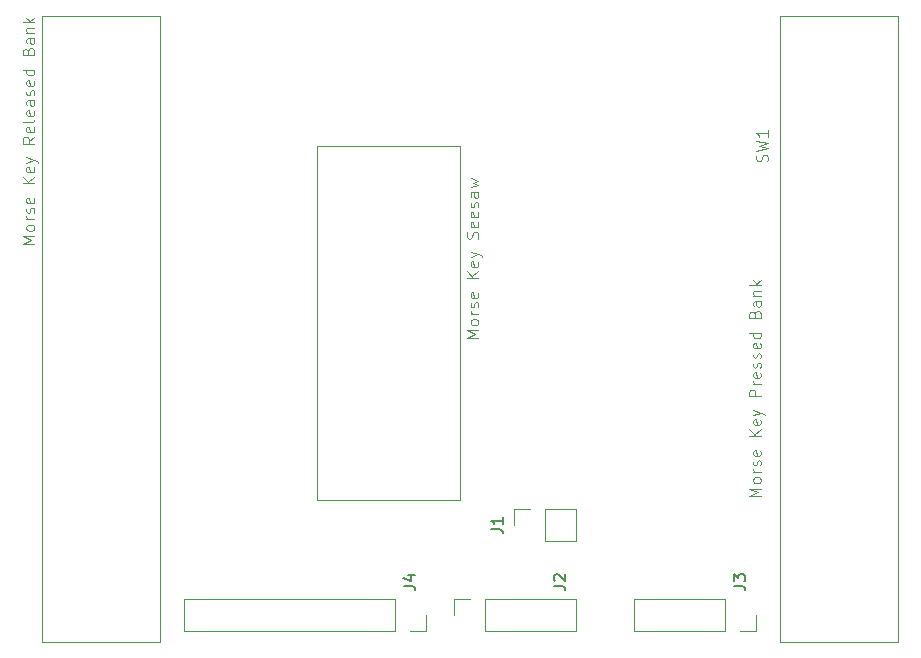
<source format=gbr>
%TF.GenerationSoftware,KiCad,Pcbnew,7.0.10-1.fc39*%
%TF.CreationDate,2024-02-17T16:59:11+01:00*%
%TF.ProjectId,morse_usb_keyboard,6d6f7273-655f-4757-9362-5f6b6579626f,rev?*%
%TF.SameCoordinates,Original*%
%TF.FileFunction,Legend,Top*%
%TF.FilePolarity,Positive*%
%FSLAX46Y46*%
G04 Gerber Fmt 4.6, Leading zero omitted, Abs format (unit mm)*
G04 Created by KiCad (PCBNEW 7.0.10-1.fc39) date 2024-02-17 16:59:11*
%MOMM*%
%LPD*%
G01*
G04 APERTURE LIST*
%ADD10C,0.100000*%
%ADD11C,0.150000*%
%ADD12C,0.120000*%
G04 APERTURE END LIST*
D10*
X162329800Y-65733332D02*
X162377419Y-65590475D01*
X162377419Y-65590475D02*
X162377419Y-65352380D01*
X162377419Y-65352380D02*
X162329800Y-65257142D01*
X162329800Y-65257142D02*
X162282180Y-65209523D01*
X162282180Y-65209523D02*
X162186942Y-65161904D01*
X162186942Y-65161904D02*
X162091704Y-65161904D01*
X162091704Y-65161904D02*
X161996466Y-65209523D01*
X161996466Y-65209523D02*
X161948847Y-65257142D01*
X161948847Y-65257142D02*
X161901228Y-65352380D01*
X161901228Y-65352380D02*
X161853609Y-65542856D01*
X161853609Y-65542856D02*
X161805990Y-65638094D01*
X161805990Y-65638094D02*
X161758371Y-65685713D01*
X161758371Y-65685713D02*
X161663133Y-65733332D01*
X161663133Y-65733332D02*
X161567895Y-65733332D01*
X161567895Y-65733332D02*
X161472657Y-65685713D01*
X161472657Y-65685713D02*
X161425038Y-65638094D01*
X161425038Y-65638094D02*
X161377419Y-65542856D01*
X161377419Y-65542856D02*
X161377419Y-65304761D01*
X161377419Y-65304761D02*
X161425038Y-65161904D01*
X161377419Y-64828570D02*
X162377419Y-64590475D01*
X162377419Y-64590475D02*
X161663133Y-64399999D01*
X161663133Y-64399999D02*
X162377419Y-64209523D01*
X162377419Y-64209523D02*
X161377419Y-63971428D01*
X162377419Y-63066666D02*
X162377419Y-63638094D01*
X162377419Y-63352380D02*
X161377419Y-63352380D01*
X161377419Y-63352380D02*
X161520276Y-63447618D01*
X161520276Y-63447618D02*
X161615514Y-63542856D01*
X161615514Y-63542856D02*
X161663133Y-63638094D01*
X161792419Y-94096115D02*
X160792419Y-94096115D01*
X160792419Y-94096115D02*
X161506704Y-93762782D01*
X161506704Y-93762782D02*
X160792419Y-93429449D01*
X160792419Y-93429449D02*
X161792419Y-93429449D01*
X161792419Y-92810401D02*
X161744800Y-92905639D01*
X161744800Y-92905639D02*
X161697180Y-92953258D01*
X161697180Y-92953258D02*
X161601942Y-93000877D01*
X161601942Y-93000877D02*
X161316228Y-93000877D01*
X161316228Y-93000877D02*
X161220990Y-92953258D01*
X161220990Y-92953258D02*
X161173371Y-92905639D01*
X161173371Y-92905639D02*
X161125752Y-92810401D01*
X161125752Y-92810401D02*
X161125752Y-92667544D01*
X161125752Y-92667544D02*
X161173371Y-92572306D01*
X161173371Y-92572306D02*
X161220990Y-92524687D01*
X161220990Y-92524687D02*
X161316228Y-92477068D01*
X161316228Y-92477068D02*
X161601942Y-92477068D01*
X161601942Y-92477068D02*
X161697180Y-92524687D01*
X161697180Y-92524687D02*
X161744800Y-92572306D01*
X161744800Y-92572306D02*
X161792419Y-92667544D01*
X161792419Y-92667544D02*
X161792419Y-92810401D01*
X161792419Y-92048496D02*
X161125752Y-92048496D01*
X161316228Y-92048496D02*
X161220990Y-92000877D01*
X161220990Y-92000877D02*
X161173371Y-91953258D01*
X161173371Y-91953258D02*
X161125752Y-91858020D01*
X161125752Y-91858020D02*
X161125752Y-91762782D01*
X161744800Y-91477067D02*
X161792419Y-91381829D01*
X161792419Y-91381829D02*
X161792419Y-91191353D01*
X161792419Y-91191353D02*
X161744800Y-91096115D01*
X161744800Y-91096115D02*
X161649561Y-91048496D01*
X161649561Y-91048496D02*
X161601942Y-91048496D01*
X161601942Y-91048496D02*
X161506704Y-91096115D01*
X161506704Y-91096115D02*
X161459085Y-91191353D01*
X161459085Y-91191353D02*
X161459085Y-91334210D01*
X161459085Y-91334210D02*
X161411466Y-91429448D01*
X161411466Y-91429448D02*
X161316228Y-91477067D01*
X161316228Y-91477067D02*
X161268609Y-91477067D01*
X161268609Y-91477067D02*
X161173371Y-91429448D01*
X161173371Y-91429448D02*
X161125752Y-91334210D01*
X161125752Y-91334210D02*
X161125752Y-91191353D01*
X161125752Y-91191353D02*
X161173371Y-91096115D01*
X161744800Y-90238972D02*
X161792419Y-90334210D01*
X161792419Y-90334210D02*
X161792419Y-90524686D01*
X161792419Y-90524686D02*
X161744800Y-90619924D01*
X161744800Y-90619924D02*
X161649561Y-90667543D01*
X161649561Y-90667543D02*
X161268609Y-90667543D01*
X161268609Y-90667543D02*
X161173371Y-90619924D01*
X161173371Y-90619924D02*
X161125752Y-90524686D01*
X161125752Y-90524686D02*
X161125752Y-90334210D01*
X161125752Y-90334210D02*
X161173371Y-90238972D01*
X161173371Y-90238972D02*
X161268609Y-90191353D01*
X161268609Y-90191353D02*
X161363847Y-90191353D01*
X161363847Y-90191353D02*
X161459085Y-90667543D01*
X161792419Y-89000876D02*
X160792419Y-89000876D01*
X161792419Y-88429448D02*
X161220990Y-88858019D01*
X160792419Y-88429448D02*
X161363847Y-89000876D01*
X161744800Y-87619924D02*
X161792419Y-87715162D01*
X161792419Y-87715162D02*
X161792419Y-87905638D01*
X161792419Y-87905638D02*
X161744800Y-88000876D01*
X161744800Y-88000876D02*
X161649561Y-88048495D01*
X161649561Y-88048495D02*
X161268609Y-88048495D01*
X161268609Y-88048495D02*
X161173371Y-88000876D01*
X161173371Y-88000876D02*
X161125752Y-87905638D01*
X161125752Y-87905638D02*
X161125752Y-87715162D01*
X161125752Y-87715162D02*
X161173371Y-87619924D01*
X161173371Y-87619924D02*
X161268609Y-87572305D01*
X161268609Y-87572305D02*
X161363847Y-87572305D01*
X161363847Y-87572305D02*
X161459085Y-88048495D01*
X161125752Y-87238971D02*
X161792419Y-87000876D01*
X161125752Y-86762781D02*
X161792419Y-87000876D01*
X161792419Y-87000876D02*
X162030514Y-87096114D01*
X162030514Y-87096114D02*
X162078133Y-87143733D01*
X162078133Y-87143733D02*
X162125752Y-87238971D01*
X161792419Y-85619923D02*
X160792419Y-85619923D01*
X160792419Y-85619923D02*
X160792419Y-85238971D01*
X160792419Y-85238971D02*
X160840038Y-85143733D01*
X160840038Y-85143733D02*
X160887657Y-85096114D01*
X160887657Y-85096114D02*
X160982895Y-85048495D01*
X160982895Y-85048495D02*
X161125752Y-85048495D01*
X161125752Y-85048495D02*
X161220990Y-85096114D01*
X161220990Y-85096114D02*
X161268609Y-85143733D01*
X161268609Y-85143733D02*
X161316228Y-85238971D01*
X161316228Y-85238971D02*
X161316228Y-85619923D01*
X161792419Y-84619923D02*
X161125752Y-84619923D01*
X161316228Y-84619923D02*
X161220990Y-84572304D01*
X161220990Y-84572304D02*
X161173371Y-84524685D01*
X161173371Y-84524685D02*
X161125752Y-84429447D01*
X161125752Y-84429447D02*
X161125752Y-84334209D01*
X161744800Y-83619923D02*
X161792419Y-83715161D01*
X161792419Y-83715161D02*
X161792419Y-83905637D01*
X161792419Y-83905637D02*
X161744800Y-84000875D01*
X161744800Y-84000875D02*
X161649561Y-84048494D01*
X161649561Y-84048494D02*
X161268609Y-84048494D01*
X161268609Y-84048494D02*
X161173371Y-84000875D01*
X161173371Y-84000875D02*
X161125752Y-83905637D01*
X161125752Y-83905637D02*
X161125752Y-83715161D01*
X161125752Y-83715161D02*
X161173371Y-83619923D01*
X161173371Y-83619923D02*
X161268609Y-83572304D01*
X161268609Y-83572304D02*
X161363847Y-83572304D01*
X161363847Y-83572304D02*
X161459085Y-84048494D01*
X161744800Y-83191351D02*
X161792419Y-83096113D01*
X161792419Y-83096113D02*
X161792419Y-82905637D01*
X161792419Y-82905637D02*
X161744800Y-82810399D01*
X161744800Y-82810399D02*
X161649561Y-82762780D01*
X161649561Y-82762780D02*
X161601942Y-82762780D01*
X161601942Y-82762780D02*
X161506704Y-82810399D01*
X161506704Y-82810399D02*
X161459085Y-82905637D01*
X161459085Y-82905637D02*
X161459085Y-83048494D01*
X161459085Y-83048494D02*
X161411466Y-83143732D01*
X161411466Y-83143732D02*
X161316228Y-83191351D01*
X161316228Y-83191351D02*
X161268609Y-83191351D01*
X161268609Y-83191351D02*
X161173371Y-83143732D01*
X161173371Y-83143732D02*
X161125752Y-83048494D01*
X161125752Y-83048494D02*
X161125752Y-82905637D01*
X161125752Y-82905637D02*
X161173371Y-82810399D01*
X161744800Y-82381827D02*
X161792419Y-82286589D01*
X161792419Y-82286589D02*
X161792419Y-82096113D01*
X161792419Y-82096113D02*
X161744800Y-82000875D01*
X161744800Y-82000875D02*
X161649561Y-81953256D01*
X161649561Y-81953256D02*
X161601942Y-81953256D01*
X161601942Y-81953256D02*
X161506704Y-82000875D01*
X161506704Y-82000875D02*
X161459085Y-82096113D01*
X161459085Y-82096113D02*
X161459085Y-82238970D01*
X161459085Y-82238970D02*
X161411466Y-82334208D01*
X161411466Y-82334208D02*
X161316228Y-82381827D01*
X161316228Y-82381827D02*
X161268609Y-82381827D01*
X161268609Y-82381827D02*
X161173371Y-82334208D01*
X161173371Y-82334208D02*
X161125752Y-82238970D01*
X161125752Y-82238970D02*
X161125752Y-82096113D01*
X161125752Y-82096113D02*
X161173371Y-82000875D01*
X161744800Y-81143732D02*
X161792419Y-81238970D01*
X161792419Y-81238970D02*
X161792419Y-81429446D01*
X161792419Y-81429446D02*
X161744800Y-81524684D01*
X161744800Y-81524684D02*
X161649561Y-81572303D01*
X161649561Y-81572303D02*
X161268609Y-81572303D01*
X161268609Y-81572303D02*
X161173371Y-81524684D01*
X161173371Y-81524684D02*
X161125752Y-81429446D01*
X161125752Y-81429446D02*
X161125752Y-81238970D01*
X161125752Y-81238970D02*
X161173371Y-81143732D01*
X161173371Y-81143732D02*
X161268609Y-81096113D01*
X161268609Y-81096113D02*
X161363847Y-81096113D01*
X161363847Y-81096113D02*
X161459085Y-81572303D01*
X161792419Y-80238970D02*
X160792419Y-80238970D01*
X161744800Y-80238970D02*
X161792419Y-80334208D01*
X161792419Y-80334208D02*
X161792419Y-80524684D01*
X161792419Y-80524684D02*
X161744800Y-80619922D01*
X161744800Y-80619922D02*
X161697180Y-80667541D01*
X161697180Y-80667541D02*
X161601942Y-80715160D01*
X161601942Y-80715160D02*
X161316228Y-80715160D01*
X161316228Y-80715160D02*
X161220990Y-80667541D01*
X161220990Y-80667541D02*
X161173371Y-80619922D01*
X161173371Y-80619922D02*
X161125752Y-80524684D01*
X161125752Y-80524684D02*
X161125752Y-80334208D01*
X161125752Y-80334208D02*
X161173371Y-80238970D01*
X161268609Y-78667541D02*
X161316228Y-78524684D01*
X161316228Y-78524684D02*
X161363847Y-78477065D01*
X161363847Y-78477065D02*
X161459085Y-78429446D01*
X161459085Y-78429446D02*
X161601942Y-78429446D01*
X161601942Y-78429446D02*
X161697180Y-78477065D01*
X161697180Y-78477065D02*
X161744800Y-78524684D01*
X161744800Y-78524684D02*
X161792419Y-78619922D01*
X161792419Y-78619922D02*
X161792419Y-79000874D01*
X161792419Y-79000874D02*
X160792419Y-79000874D01*
X160792419Y-79000874D02*
X160792419Y-78667541D01*
X160792419Y-78667541D02*
X160840038Y-78572303D01*
X160840038Y-78572303D02*
X160887657Y-78524684D01*
X160887657Y-78524684D02*
X160982895Y-78477065D01*
X160982895Y-78477065D02*
X161078133Y-78477065D01*
X161078133Y-78477065D02*
X161173371Y-78524684D01*
X161173371Y-78524684D02*
X161220990Y-78572303D01*
X161220990Y-78572303D02*
X161268609Y-78667541D01*
X161268609Y-78667541D02*
X161268609Y-79000874D01*
X161792419Y-77572303D02*
X161268609Y-77572303D01*
X161268609Y-77572303D02*
X161173371Y-77619922D01*
X161173371Y-77619922D02*
X161125752Y-77715160D01*
X161125752Y-77715160D02*
X161125752Y-77905636D01*
X161125752Y-77905636D02*
X161173371Y-78000874D01*
X161744800Y-77572303D02*
X161792419Y-77667541D01*
X161792419Y-77667541D02*
X161792419Y-77905636D01*
X161792419Y-77905636D02*
X161744800Y-78000874D01*
X161744800Y-78000874D02*
X161649561Y-78048493D01*
X161649561Y-78048493D02*
X161554323Y-78048493D01*
X161554323Y-78048493D02*
X161459085Y-78000874D01*
X161459085Y-78000874D02*
X161411466Y-77905636D01*
X161411466Y-77905636D02*
X161411466Y-77667541D01*
X161411466Y-77667541D02*
X161363847Y-77572303D01*
X161125752Y-77096112D02*
X161792419Y-77096112D01*
X161220990Y-77096112D02*
X161173371Y-77048493D01*
X161173371Y-77048493D02*
X161125752Y-76953255D01*
X161125752Y-76953255D02*
X161125752Y-76810398D01*
X161125752Y-76810398D02*
X161173371Y-76715160D01*
X161173371Y-76715160D02*
X161268609Y-76667541D01*
X161268609Y-76667541D02*
X161792419Y-76667541D01*
X161792419Y-76191350D02*
X160792419Y-76191350D01*
X161411466Y-76096112D02*
X161792419Y-75810398D01*
X161125752Y-75810398D02*
X161506704Y-76191350D01*
X100272419Y-72696115D02*
X99272419Y-72696115D01*
X99272419Y-72696115D02*
X99986704Y-72362782D01*
X99986704Y-72362782D02*
X99272419Y-72029449D01*
X99272419Y-72029449D02*
X100272419Y-72029449D01*
X100272419Y-71410401D02*
X100224800Y-71505639D01*
X100224800Y-71505639D02*
X100177180Y-71553258D01*
X100177180Y-71553258D02*
X100081942Y-71600877D01*
X100081942Y-71600877D02*
X99796228Y-71600877D01*
X99796228Y-71600877D02*
X99700990Y-71553258D01*
X99700990Y-71553258D02*
X99653371Y-71505639D01*
X99653371Y-71505639D02*
X99605752Y-71410401D01*
X99605752Y-71410401D02*
X99605752Y-71267544D01*
X99605752Y-71267544D02*
X99653371Y-71172306D01*
X99653371Y-71172306D02*
X99700990Y-71124687D01*
X99700990Y-71124687D02*
X99796228Y-71077068D01*
X99796228Y-71077068D02*
X100081942Y-71077068D01*
X100081942Y-71077068D02*
X100177180Y-71124687D01*
X100177180Y-71124687D02*
X100224800Y-71172306D01*
X100224800Y-71172306D02*
X100272419Y-71267544D01*
X100272419Y-71267544D02*
X100272419Y-71410401D01*
X100272419Y-70648496D02*
X99605752Y-70648496D01*
X99796228Y-70648496D02*
X99700990Y-70600877D01*
X99700990Y-70600877D02*
X99653371Y-70553258D01*
X99653371Y-70553258D02*
X99605752Y-70458020D01*
X99605752Y-70458020D02*
X99605752Y-70362782D01*
X100224800Y-70077067D02*
X100272419Y-69981829D01*
X100272419Y-69981829D02*
X100272419Y-69791353D01*
X100272419Y-69791353D02*
X100224800Y-69696115D01*
X100224800Y-69696115D02*
X100129561Y-69648496D01*
X100129561Y-69648496D02*
X100081942Y-69648496D01*
X100081942Y-69648496D02*
X99986704Y-69696115D01*
X99986704Y-69696115D02*
X99939085Y-69791353D01*
X99939085Y-69791353D02*
X99939085Y-69934210D01*
X99939085Y-69934210D02*
X99891466Y-70029448D01*
X99891466Y-70029448D02*
X99796228Y-70077067D01*
X99796228Y-70077067D02*
X99748609Y-70077067D01*
X99748609Y-70077067D02*
X99653371Y-70029448D01*
X99653371Y-70029448D02*
X99605752Y-69934210D01*
X99605752Y-69934210D02*
X99605752Y-69791353D01*
X99605752Y-69791353D02*
X99653371Y-69696115D01*
X100224800Y-68838972D02*
X100272419Y-68934210D01*
X100272419Y-68934210D02*
X100272419Y-69124686D01*
X100272419Y-69124686D02*
X100224800Y-69219924D01*
X100224800Y-69219924D02*
X100129561Y-69267543D01*
X100129561Y-69267543D02*
X99748609Y-69267543D01*
X99748609Y-69267543D02*
X99653371Y-69219924D01*
X99653371Y-69219924D02*
X99605752Y-69124686D01*
X99605752Y-69124686D02*
X99605752Y-68934210D01*
X99605752Y-68934210D02*
X99653371Y-68838972D01*
X99653371Y-68838972D02*
X99748609Y-68791353D01*
X99748609Y-68791353D02*
X99843847Y-68791353D01*
X99843847Y-68791353D02*
X99939085Y-69267543D01*
X100272419Y-67600876D02*
X99272419Y-67600876D01*
X100272419Y-67029448D02*
X99700990Y-67458019D01*
X99272419Y-67029448D02*
X99843847Y-67600876D01*
X100224800Y-66219924D02*
X100272419Y-66315162D01*
X100272419Y-66315162D02*
X100272419Y-66505638D01*
X100272419Y-66505638D02*
X100224800Y-66600876D01*
X100224800Y-66600876D02*
X100129561Y-66648495D01*
X100129561Y-66648495D02*
X99748609Y-66648495D01*
X99748609Y-66648495D02*
X99653371Y-66600876D01*
X99653371Y-66600876D02*
X99605752Y-66505638D01*
X99605752Y-66505638D02*
X99605752Y-66315162D01*
X99605752Y-66315162D02*
X99653371Y-66219924D01*
X99653371Y-66219924D02*
X99748609Y-66172305D01*
X99748609Y-66172305D02*
X99843847Y-66172305D01*
X99843847Y-66172305D02*
X99939085Y-66648495D01*
X99605752Y-65838971D02*
X100272419Y-65600876D01*
X99605752Y-65362781D02*
X100272419Y-65600876D01*
X100272419Y-65600876D02*
X100510514Y-65696114D01*
X100510514Y-65696114D02*
X100558133Y-65743733D01*
X100558133Y-65743733D02*
X100605752Y-65838971D01*
X100272419Y-63648495D02*
X99796228Y-63981828D01*
X100272419Y-64219923D02*
X99272419Y-64219923D01*
X99272419Y-64219923D02*
X99272419Y-63838971D01*
X99272419Y-63838971D02*
X99320038Y-63743733D01*
X99320038Y-63743733D02*
X99367657Y-63696114D01*
X99367657Y-63696114D02*
X99462895Y-63648495D01*
X99462895Y-63648495D02*
X99605752Y-63648495D01*
X99605752Y-63648495D02*
X99700990Y-63696114D01*
X99700990Y-63696114D02*
X99748609Y-63743733D01*
X99748609Y-63743733D02*
X99796228Y-63838971D01*
X99796228Y-63838971D02*
X99796228Y-64219923D01*
X100224800Y-62838971D02*
X100272419Y-62934209D01*
X100272419Y-62934209D02*
X100272419Y-63124685D01*
X100272419Y-63124685D02*
X100224800Y-63219923D01*
X100224800Y-63219923D02*
X100129561Y-63267542D01*
X100129561Y-63267542D02*
X99748609Y-63267542D01*
X99748609Y-63267542D02*
X99653371Y-63219923D01*
X99653371Y-63219923D02*
X99605752Y-63124685D01*
X99605752Y-63124685D02*
X99605752Y-62934209D01*
X99605752Y-62934209D02*
X99653371Y-62838971D01*
X99653371Y-62838971D02*
X99748609Y-62791352D01*
X99748609Y-62791352D02*
X99843847Y-62791352D01*
X99843847Y-62791352D02*
X99939085Y-63267542D01*
X100272419Y-62219923D02*
X100224800Y-62315161D01*
X100224800Y-62315161D02*
X100129561Y-62362780D01*
X100129561Y-62362780D02*
X99272419Y-62362780D01*
X100224800Y-61458018D02*
X100272419Y-61553256D01*
X100272419Y-61553256D02*
X100272419Y-61743732D01*
X100272419Y-61743732D02*
X100224800Y-61838970D01*
X100224800Y-61838970D02*
X100129561Y-61886589D01*
X100129561Y-61886589D02*
X99748609Y-61886589D01*
X99748609Y-61886589D02*
X99653371Y-61838970D01*
X99653371Y-61838970D02*
X99605752Y-61743732D01*
X99605752Y-61743732D02*
X99605752Y-61553256D01*
X99605752Y-61553256D02*
X99653371Y-61458018D01*
X99653371Y-61458018D02*
X99748609Y-61410399D01*
X99748609Y-61410399D02*
X99843847Y-61410399D01*
X99843847Y-61410399D02*
X99939085Y-61886589D01*
X100272419Y-60553256D02*
X99748609Y-60553256D01*
X99748609Y-60553256D02*
X99653371Y-60600875D01*
X99653371Y-60600875D02*
X99605752Y-60696113D01*
X99605752Y-60696113D02*
X99605752Y-60886589D01*
X99605752Y-60886589D02*
X99653371Y-60981827D01*
X100224800Y-60553256D02*
X100272419Y-60648494D01*
X100272419Y-60648494D02*
X100272419Y-60886589D01*
X100272419Y-60886589D02*
X100224800Y-60981827D01*
X100224800Y-60981827D02*
X100129561Y-61029446D01*
X100129561Y-61029446D02*
X100034323Y-61029446D01*
X100034323Y-61029446D02*
X99939085Y-60981827D01*
X99939085Y-60981827D02*
X99891466Y-60886589D01*
X99891466Y-60886589D02*
X99891466Y-60648494D01*
X99891466Y-60648494D02*
X99843847Y-60553256D01*
X100224800Y-60124684D02*
X100272419Y-60029446D01*
X100272419Y-60029446D02*
X100272419Y-59838970D01*
X100272419Y-59838970D02*
X100224800Y-59743732D01*
X100224800Y-59743732D02*
X100129561Y-59696113D01*
X100129561Y-59696113D02*
X100081942Y-59696113D01*
X100081942Y-59696113D02*
X99986704Y-59743732D01*
X99986704Y-59743732D02*
X99939085Y-59838970D01*
X99939085Y-59838970D02*
X99939085Y-59981827D01*
X99939085Y-59981827D02*
X99891466Y-60077065D01*
X99891466Y-60077065D02*
X99796228Y-60124684D01*
X99796228Y-60124684D02*
X99748609Y-60124684D01*
X99748609Y-60124684D02*
X99653371Y-60077065D01*
X99653371Y-60077065D02*
X99605752Y-59981827D01*
X99605752Y-59981827D02*
X99605752Y-59838970D01*
X99605752Y-59838970D02*
X99653371Y-59743732D01*
X100224800Y-58886589D02*
X100272419Y-58981827D01*
X100272419Y-58981827D02*
X100272419Y-59172303D01*
X100272419Y-59172303D02*
X100224800Y-59267541D01*
X100224800Y-59267541D02*
X100129561Y-59315160D01*
X100129561Y-59315160D02*
X99748609Y-59315160D01*
X99748609Y-59315160D02*
X99653371Y-59267541D01*
X99653371Y-59267541D02*
X99605752Y-59172303D01*
X99605752Y-59172303D02*
X99605752Y-58981827D01*
X99605752Y-58981827D02*
X99653371Y-58886589D01*
X99653371Y-58886589D02*
X99748609Y-58838970D01*
X99748609Y-58838970D02*
X99843847Y-58838970D01*
X99843847Y-58838970D02*
X99939085Y-59315160D01*
X100272419Y-57981827D02*
X99272419Y-57981827D01*
X100224800Y-57981827D02*
X100272419Y-58077065D01*
X100272419Y-58077065D02*
X100272419Y-58267541D01*
X100272419Y-58267541D02*
X100224800Y-58362779D01*
X100224800Y-58362779D02*
X100177180Y-58410398D01*
X100177180Y-58410398D02*
X100081942Y-58458017D01*
X100081942Y-58458017D02*
X99796228Y-58458017D01*
X99796228Y-58458017D02*
X99700990Y-58410398D01*
X99700990Y-58410398D02*
X99653371Y-58362779D01*
X99653371Y-58362779D02*
X99605752Y-58267541D01*
X99605752Y-58267541D02*
X99605752Y-58077065D01*
X99605752Y-58077065D02*
X99653371Y-57981827D01*
X99748609Y-56410398D02*
X99796228Y-56267541D01*
X99796228Y-56267541D02*
X99843847Y-56219922D01*
X99843847Y-56219922D02*
X99939085Y-56172303D01*
X99939085Y-56172303D02*
X100081942Y-56172303D01*
X100081942Y-56172303D02*
X100177180Y-56219922D01*
X100177180Y-56219922D02*
X100224800Y-56267541D01*
X100224800Y-56267541D02*
X100272419Y-56362779D01*
X100272419Y-56362779D02*
X100272419Y-56743731D01*
X100272419Y-56743731D02*
X99272419Y-56743731D01*
X99272419Y-56743731D02*
X99272419Y-56410398D01*
X99272419Y-56410398D02*
X99320038Y-56315160D01*
X99320038Y-56315160D02*
X99367657Y-56267541D01*
X99367657Y-56267541D02*
X99462895Y-56219922D01*
X99462895Y-56219922D02*
X99558133Y-56219922D01*
X99558133Y-56219922D02*
X99653371Y-56267541D01*
X99653371Y-56267541D02*
X99700990Y-56315160D01*
X99700990Y-56315160D02*
X99748609Y-56410398D01*
X99748609Y-56410398D02*
X99748609Y-56743731D01*
X100272419Y-55315160D02*
X99748609Y-55315160D01*
X99748609Y-55315160D02*
X99653371Y-55362779D01*
X99653371Y-55362779D02*
X99605752Y-55458017D01*
X99605752Y-55458017D02*
X99605752Y-55648493D01*
X99605752Y-55648493D02*
X99653371Y-55743731D01*
X100224800Y-55315160D02*
X100272419Y-55410398D01*
X100272419Y-55410398D02*
X100272419Y-55648493D01*
X100272419Y-55648493D02*
X100224800Y-55743731D01*
X100224800Y-55743731D02*
X100129561Y-55791350D01*
X100129561Y-55791350D02*
X100034323Y-55791350D01*
X100034323Y-55791350D02*
X99939085Y-55743731D01*
X99939085Y-55743731D02*
X99891466Y-55648493D01*
X99891466Y-55648493D02*
X99891466Y-55410398D01*
X99891466Y-55410398D02*
X99843847Y-55315160D01*
X99605752Y-54838969D02*
X100272419Y-54838969D01*
X99700990Y-54838969D02*
X99653371Y-54791350D01*
X99653371Y-54791350D02*
X99605752Y-54696112D01*
X99605752Y-54696112D02*
X99605752Y-54553255D01*
X99605752Y-54553255D02*
X99653371Y-54458017D01*
X99653371Y-54458017D02*
X99748609Y-54410398D01*
X99748609Y-54410398D02*
X100272419Y-54410398D01*
X100272419Y-53934207D02*
X99272419Y-53934207D01*
X99891466Y-53838969D02*
X100272419Y-53553255D01*
X99605752Y-53553255D02*
X99986704Y-53934207D01*
X137872419Y-80696115D02*
X136872419Y-80696115D01*
X136872419Y-80696115D02*
X137586704Y-80362782D01*
X137586704Y-80362782D02*
X136872419Y-80029449D01*
X136872419Y-80029449D02*
X137872419Y-80029449D01*
X137872419Y-79410401D02*
X137824800Y-79505639D01*
X137824800Y-79505639D02*
X137777180Y-79553258D01*
X137777180Y-79553258D02*
X137681942Y-79600877D01*
X137681942Y-79600877D02*
X137396228Y-79600877D01*
X137396228Y-79600877D02*
X137300990Y-79553258D01*
X137300990Y-79553258D02*
X137253371Y-79505639D01*
X137253371Y-79505639D02*
X137205752Y-79410401D01*
X137205752Y-79410401D02*
X137205752Y-79267544D01*
X137205752Y-79267544D02*
X137253371Y-79172306D01*
X137253371Y-79172306D02*
X137300990Y-79124687D01*
X137300990Y-79124687D02*
X137396228Y-79077068D01*
X137396228Y-79077068D02*
X137681942Y-79077068D01*
X137681942Y-79077068D02*
X137777180Y-79124687D01*
X137777180Y-79124687D02*
X137824800Y-79172306D01*
X137824800Y-79172306D02*
X137872419Y-79267544D01*
X137872419Y-79267544D02*
X137872419Y-79410401D01*
X137872419Y-78648496D02*
X137205752Y-78648496D01*
X137396228Y-78648496D02*
X137300990Y-78600877D01*
X137300990Y-78600877D02*
X137253371Y-78553258D01*
X137253371Y-78553258D02*
X137205752Y-78458020D01*
X137205752Y-78458020D02*
X137205752Y-78362782D01*
X137824800Y-78077067D02*
X137872419Y-77981829D01*
X137872419Y-77981829D02*
X137872419Y-77791353D01*
X137872419Y-77791353D02*
X137824800Y-77696115D01*
X137824800Y-77696115D02*
X137729561Y-77648496D01*
X137729561Y-77648496D02*
X137681942Y-77648496D01*
X137681942Y-77648496D02*
X137586704Y-77696115D01*
X137586704Y-77696115D02*
X137539085Y-77791353D01*
X137539085Y-77791353D02*
X137539085Y-77934210D01*
X137539085Y-77934210D02*
X137491466Y-78029448D01*
X137491466Y-78029448D02*
X137396228Y-78077067D01*
X137396228Y-78077067D02*
X137348609Y-78077067D01*
X137348609Y-78077067D02*
X137253371Y-78029448D01*
X137253371Y-78029448D02*
X137205752Y-77934210D01*
X137205752Y-77934210D02*
X137205752Y-77791353D01*
X137205752Y-77791353D02*
X137253371Y-77696115D01*
X137824800Y-76838972D02*
X137872419Y-76934210D01*
X137872419Y-76934210D02*
X137872419Y-77124686D01*
X137872419Y-77124686D02*
X137824800Y-77219924D01*
X137824800Y-77219924D02*
X137729561Y-77267543D01*
X137729561Y-77267543D02*
X137348609Y-77267543D01*
X137348609Y-77267543D02*
X137253371Y-77219924D01*
X137253371Y-77219924D02*
X137205752Y-77124686D01*
X137205752Y-77124686D02*
X137205752Y-76934210D01*
X137205752Y-76934210D02*
X137253371Y-76838972D01*
X137253371Y-76838972D02*
X137348609Y-76791353D01*
X137348609Y-76791353D02*
X137443847Y-76791353D01*
X137443847Y-76791353D02*
X137539085Y-77267543D01*
X137872419Y-75600876D02*
X136872419Y-75600876D01*
X137872419Y-75029448D02*
X137300990Y-75458019D01*
X136872419Y-75029448D02*
X137443847Y-75600876D01*
X137824800Y-74219924D02*
X137872419Y-74315162D01*
X137872419Y-74315162D02*
X137872419Y-74505638D01*
X137872419Y-74505638D02*
X137824800Y-74600876D01*
X137824800Y-74600876D02*
X137729561Y-74648495D01*
X137729561Y-74648495D02*
X137348609Y-74648495D01*
X137348609Y-74648495D02*
X137253371Y-74600876D01*
X137253371Y-74600876D02*
X137205752Y-74505638D01*
X137205752Y-74505638D02*
X137205752Y-74315162D01*
X137205752Y-74315162D02*
X137253371Y-74219924D01*
X137253371Y-74219924D02*
X137348609Y-74172305D01*
X137348609Y-74172305D02*
X137443847Y-74172305D01*
X137443847Y-74172305D02*
X137539085Y-74648495D01*
X137205752Y-73838971D02*
X137872419Y-73600876D01*
X137205752Y-73362781D02*
X137872419Y-73600876D01*
X137872419Y-73600876D02*
X138110514Y-73696114D01*
X138110514Y-73696114D02*
X138158133Y-73743733D01*
X138158133Y-73743733D02*
X138205752Y-73838971D01*
X137824800Y-72267542D02*
X137872419Y-72124685D01*
X137872419Y-72124685D02*
X137872419Y-71886590D01*
X137872419Y-71886590D02*
X137824800Y-71791352D01*
X137824800Y-71791352D02*
X137777180Y-71743733D01*
X137777180Y-71743733D02*
X137681942Y-71696114D01*
X137681942Y-71696114D02*
X137586704Y-71696114D01*
X137586704Y-71696114D02*
X137491466Y-71743733D01*
X137491466Y-71743733D02*
X137443847Y-71791352D01*
X137443847Y-71791352D02*
X137396228Y-71886590D01*
X137396228Y-71886590D02*
X137348609Y-72077066D01*
X137348609Y-72077066D02*
X137300990Y-72172304D01*
X137300990Y-72172304D02*
X137253371Y-72219923D01*
X137253371Y-72219923D02*
X137158133Y-72267542D01*
X137158133Y-72267542D02*
X137062895Y-72267542D01*
X137062895Y-72267542D02*
X136967657Y-72219923D01*
X136967657Y-72219923D02*
X136920038Y-72172304D01*
X136920038Y-72172304D02*
X136872419Y-72077066D01*
X136872419Y-72077066D02*
X136872419Y-71838971D01*
X136872419Y-71838971D02*
X136920038Y-71696114D01*
X137824800Y-70886590D02*
X137872419Y-70981828D01*
X137872419Y-70981828D02*
X137872419Y-71172304D01*
X137872419Y-71172304D02*
X137824800Y-71267542D01*
X137824800Y-71267542D02*
X137729561Y-71315161D01*
X137729561Y-71315161D02*
X137348609Y-71315161D01*
X137348609Y-71315161D02*
X137253371Y-71267542D01*
X137253371Y-71267542D02*
X137205752Y-71172304D01*
X137205752Y-71172304D02*
X137205752Y-70981828D01*
X137205752Y-70981828D02*
X137253371Y-70886590D01*
X137253371Y-70886590D02*
X137348609Y-70838971D01*
X137348609Y-70838971D02*
X137443847Y-70838971D01*
X137443847Y-70838971D02*
X137539085Y-71315161D01*
X137824800Y-70029447D02*
X137872419Y-70124685D01*
X137872419Y-70124685D02*
X137872419Y-70315161D01*
X137872419Y-70315161D02*
X137824800Y-70410399D01*
X137824800Y-70410399D02*
X137729561Y-70458018D01*
X137729561Y-70458018D02*
X137348609Y-70458018D01*
X137348609Y-70458018D02*
X137253371Y-70410399D01*
X137253371Y-70410399D02*
X137205752Y-70315161D01*
X137205752Y-70315161D02*
X137205752Y-70124685D01*
X137205752Y-70124685D02*
X137253371Y-70029447D01*
X137253371Y-70029447D02*
X137348609Y-69981828D01*
X137348609Y-69981828D02*
X137443847Y-69981828D01*
X137443847Y-69981828D02*
X137539085Y-70458018D01*
X137824800Y-69600875D02*
X137872419Y-69505637D01*
X137872419Y-69505637D02*
X137872419Y-69315161D01*
X137872419Y-69315161D02*
X137824800Y-69219923D01*
X137824800Y-69219923D02*
X137729561Y-69172304D01*
X137729561Y-69172304D02*
X137681942Y-69172304D01*
X137681942Y-69172304D02*
X137586704Y-69219923D01*
X137586704Y-69219923D02*
X137539085Y-69315161D01*
X137539085Y-69315161D02*
X137539085Y-69458018D01*
X137539085Y-69458018D02*
X137491466Y-69553256D01*
X137491466Y-69553256D02*
X137396228Y-69600875D01*
X137396228Y-69600875D02*
X137348609Y-69600875D01*
X137348609Y-69600875D02*
X137253371Y-69553256D01*
X137253371Y-69553256D02*
X137205752Y-69458018D01*
X137205752Y-69458018D02*
X137205752Y-69315161D01*
X137205752Y-69315161D02*
X137253371Y-69219923D01*
X137872419Y-68315161D02*
X137348609Y-68315161D01*
X137348609Y-68315161D02*
X137253371Y-68362780D01*
X137253371Y-68362780D02*
X137205752Y-68458018D01*
X137205752Y-68458018D02*
X137205752Y-68648494D01*
X137205752Y-68648494D02*
X137253371Y-68743732D01*
X137824800Y-68315161D02*
X137872419Y-68410399D01*
X137872419Y-68410399D02*
X137872419Y-68648494D01*
X137872419Y-68648494D02*
X137824800Y-68743732D01*
X137824800Y-68743732D02*
X137729561Y-68791351D01*
X137729561Y-68791351D02*
X137634323Y-68791351D01*
X137634323Y-68791351D02*
X137539085Y-68743732D01*
X137539085Y-68743732D02*
X137491466Y-68648494D01*
X137491466Y-68648494D02*
X137491466Y-68410399D01*
X137491466Y-68410399D02*
X137443847Y-68315161D01*
X137205752Y-67934208D02*
X137872419Y-67743732D01*
X137872419Y-67743732D02*
X137396228Y-67553256D01*
X137396228Y-67553256D02*
X137872419Y-67362780D01*
X137872419Y-67362780D02*
X137205752Y-67172304D01*
D11*
X131534819Y-101679333D02*
X132249104Y-101679333D01*
X132249104Y-101679333D02*
X132391961Y-101726952D01*
X132391961Y-101726952D02*
X132487200Y-101822190D01*
X132487200Y-101822190D02*
X132534819Y-101965047D01*
X132534819Y-101965047D02*
X132534819Y-102060285D01*
X131868152Y-100774571D02*
X132534819Y-100774571D01*
X131487200Y-101012666D02*
X132201485Y-101250761D01*
X132201485Y-101250761D02*
X132201485Y-100631714D01*
X138924819Y-96853333D02*
X139639104Y-96853333D01*
X139639104Y-96853333D02*
X139781961Y-96900952D01*
X139781961Y-96900952D02*
X139877200Y-96996190D01*
X139877200Y-96996190D02*
X139924819Y-97139047D01*
X139924819Y-97139047D02*
X139924819Y-97234285D01*
X139924819Y-95853333D02*
X139924819Y-96424761D01*
X139924819Y-96139047D02*
X138924819Y-96139047D01*
X138924819Y-96139047D02*
X139067676Y-96234285D01*
X139067676Y-96234285D02*
X139162914Y-96329523D01*
X139162914Y-96329523D02*
X139210533Y-96424761D01*
X159474819Y-101679333D02*
X160189104Y-101679333D01*
X160189104Y-101679333D02*
X160331961Y-101726952D01*
X160331961Y-101726952D02*
X160427200Y-101822190D01*
X160427200Y-101822190D02*
X160474819Y-101965047D01*
X160474819Y-101965047D02*
X160474819Y-102060285D01*
X159474819Y-101298380D02*
X159474819Y-100679333D01*
X159474819Y-100679333D02*
X159855771Y-101012666D01*
X159855771Y-101012666D02*
X159855771Y-100869809D01*
X159855771Y-100869809D02*
X159903390Y-100774571D01*
X159903390Y-100774571D02*
X159951009Y-100726952D01*
X159951009Y-100726952D02*
X160046247Y-100679333D01*
X160046247Y-100679333D02*
X160284342Y-100679333D01*
X160284342Y-100679333D02*
X160379580Y-100726952D01*
X160379580Y-100726952D02*
X160427200Y-100774571D01*
X160427200Y-100774571D02*
X160474819Y-100869809D01*
X160474819Y-100869809D02*
X160474819Y-101155523D01*
X160474819Y-101155523D02*
X160427200Y-101250761D01*
X160427200Y-101250761D02*
X160379580Y-101298380D01*
X144234819Y-101679333D02*
X144949104Y-101679333D01*
X144949104Y-101679333D02*
X145091961Y-101726952D01*
X145091961Y-101726952D02*
X145187200Y-101822190D01*
X145187200Y-101822190D02*
X145234819Y-101965047D01*
X145234819Y-101965047D02*
X145234819Y-102060285D01*
X144330057Y-101250761D02*
X144282438Y-101203142D01*
X144282438Y-101203142D02*
X144234819Y-101107904D01*
X144234819Y-101107904D02*
X144234819Y-100869809D01*
X144234819Y-100869809D02*
X144282438Y-100774571D01*
X144282438Y-100774571D02*
X144330057Y-100726952D01*
X144330057Y-100726952D02*
X144425295Y-100679333D01*
X144425295Y-100679333D02*
X144520533Y-100679333D01*
X144520533Y-100679333D02*
X144663390Y-100726952D01*
X144663390Y-100726952D02*
X145234819Y-101298380D01*
X145234819Y-101298380D02*
X145234819Y-100679333D01*
D10*
%TO.C,SW1*%
X100920000Y-106400000D02*
X110920000Y-106400000D01*
X110920000Y-106400000D02*
X110920000Y-53400000D01*
X110920000Y-53400000D02*
X100920000Y-53400000D01*
X100920000Y-53400000D02*
X100920000Y-106400000D01*
X124170000Y-64400000D02*
X136320000Y-64400000D01*
X136320000Y-64400000D02*
X136320000Y-94400000D01*
X136320000Y-94400000D02*
X124170000Y-94400000D01*
X124170000Y-94400000D02*
X124170000Y-64400000D01*
X163420000Y-106400000D02*
X173420000Y-106400000D01*
X173420000Y-106400000D02*
X173420000Y-53400000D01*
X173420000Y-53400000D02*
X163420000Y-53400000D01*
X163420000Y-53400000D02*
X163420000Y-106400000D01*
D12*
%TO.C,J4*%
X135830000Y-104140000D02*
X135830000Y-102810000D01*
X135830000Y-102810000D02*
X137160000Y-102810000D01*
X138430000Y-105470000D02*
X146110000Y-105470000D01*
X138430000Y-105470000D02*
X138430000Y-102810000D01*
X138430000Y-102810000D02*
X146110000Y-102810000D01*
X146110000Y-105470000D02*
X146110000Y-102810000D01*
%TO.C,J1*%
X143510000Y-97850000D02*
X146110000Y-97850000D01*
X143510000Y-95190000D02*
X146110000Y-95190000D01*
X143510000Y-97850000D02*
X143510000Y-95190000D01*
X140910000Y-96520000D02*
X140910000Y-95190000D01*
X140910000Y-95190000D02*
X142240000Y-95190000D01*
X146110000Y-97850000D02*
X146110000Y-95190000D01*
%TO.C,J3*%
X161350000Y-104140000D02*
X161350000Y-105470000D01*
X161350000Y-105470000D02*
X160020000Y-105470000D01*
X158750000Y-102810000D02*
X151070000Y-102810000D01*
X158750000Y-102810000D02*
X158750000Y-105470000D01*
X158750000Y-105470000D02*
X151070000Y-105470000D01*
X151070000Y-102810000D02*
X151070000Y-105470000D01*
%TO.C,J2*%
X133410000Y-105470000D02*
X132080000Y-105470000D01*
X130810000Y-102810000D02*
X130810000Y-105470000D01*
X130810000Y-105470000D02*
X112970000Y-105470000D01*
X112970000Y-102810000D02*
X112970000Y-105470000D01*
X130810000Y-102810000D02*
X112970000Y-102810000D01*
X133410000Y-104140000D02*
X133410000Y-105470000D01*
%TD*%
M02*

</source>
